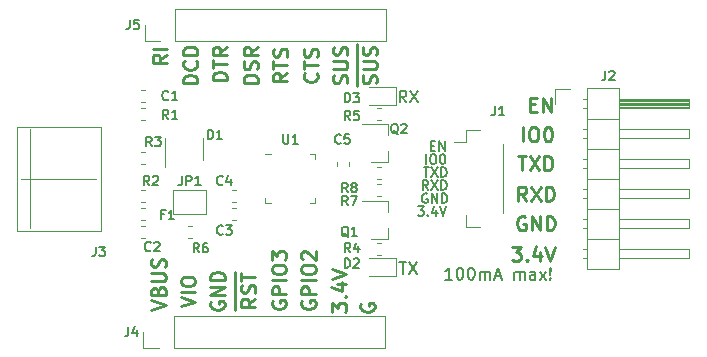
<source format=gbr>
G04 #@! TF.GenerationSoftware,KiCad,Pcbnew,(5.1.8)-1*
G04 #@! TF.CreationDate,2021-01-19T07:53:21+02:00*
G04 #@! TF.ProjectId,link,6c696e6b-2e6b-4696-9361-645f70636258,rev?*
G04 #@! TF.SameCoordinates,Original*
G04 #@! TF.FileFunction,Legend,Top*
G04 #@! TF.FilePolarity,Positive*
%FSLAX46Y46*%
G04 Gerber Fmt 4.6, Leading zero omitted, Abs format (unit mm)*
G04 Created by KiCad (PCBNEW (5.1.8)-1) date 2021-01-19 07:53:21*
%MOMM*%
%LPD*%
G01*
G04 APERTURE LIST*
%ADD10C,0.250000*%
%ADD11C,0.200000*%
%ADD12C,0.120000*%
%ADD13C,0.020000*%
%ADD14C,0.100000*%
%ADD15C,0.150000*%
G04 APERTURE END LIST*
D10*
X153314285Y-79714285D02*
X153714285Y-79714285D01*
X153885714Y-80342857D02*
X153314285Y-80342857D01*
X153314285Y-79142857D01*
X153885714Y-79142857D01*
X154400000Y-80342857D02*
X154400000Y-79142857D01*
X155085714Y-80342857D01*
X155085714Y-79142857D01*
X152700000Y-82842857D02*
X152700000Y-81642857D01*
X153500000Y-81642857D02*
X153728571Y-81642857D01*
X153842857Y-81700000D01*
X153957142Y-81814285D01*
X154014285Y-82042857D01*
X154014285Y-82442857D01*
X153957142Y-82671428D01*
X153842857Y-82785714D01*
X153728571Y-82842857D01*
X153500000Y-82842857D01*
X153385714Y-82785714D01*
X153271428Y-82671428D01*
X153214285Y-82442857D01*
X153214285Y-82042857D01*
X153271428Y-81814285D01*
X153385714Y-81700000D01*
X153500000Y-81642857D01*
X154757142Y-81642857D02*
X154871428Y-81642857D01*
X154985714Y-81700000D01*
X155042857Y-81757142D01*
X155100000Y-81871428D01*
X155157142Y-82100000D01*
X155157142Y-82385714D01*
X155100000Y-82614285D01*
X155042857Y-82728571D01*
X154985714Y-82785714D01*
X154871428Y-82842857D01*
X154757142Y-82842857D01*
X154642857Y-82785714D01*
X154585714Y-82728571D01*
X154528571Y-82614285D01*
X154471428Y-82385714D01*
X154471428Y-82100000D01*
X154528571Y-81871428D01*
X154585714Y-81757142D01*
X154642857Y-81700000D01*
X154757142Y-81642857D01*
D11*
X142833333Y-79552380D02*
X142500000Y-79076190D01*
X142261904Y-79552380D02*
X142261904Y-78552380D01*
X142642857Y-78552380D01*
X142738095Y-78600000D01*
X142785714Y-78647619D01*
X142833333Y-78742857D01*
X142833333Y-78885714D01*
X142785714Y-78980952D01*
X142738095Y-79028571D01*
X142642857Y-79076190D01*
X142261904Y-79076190D01*
X143166666Y-78552380D02*
X143833333Y-79552380D01*
X143833333Y-78552380D02*
X143166666Y-79552380D01*
X142238095Y-93052380D02*
X142809523Y-93052380D01*
X142523809Y-94052380D02*
X142523809Y-93052380D01*
X143047619Y-93052380D02*
X143714285Y-94052380D01*
X143714285Y-93052380D02*
X143047619Y-94052380D01*
X146695238Y-94552380D02*
X146123809Y-94552380D01*
X146409523Y-94552380D02*
X146409523Y-93552380D01*
X146314285Y-93695238D01*
X146219047Y-93790476D01*
X146123809Y-93838095D01*
X147314285Y-93552380D02*
X147409523Y-93552380D01*
X147504761Y-93600000D01*
X147552380Y-93647619D01*
X147600000Y-93742857D01*
X147647619Y-93933333D01*
X147647619Y-94171428D01*
X147600000Y-94361904D01*
X147552380Y-94457142D01*
X147504761Y-94504761D01*
X147409523Y-94552380D01*
X147314285Y-94552380D01*
X147219047Y-94504761D01*
X147171428Y-94457142D01*
X147123809Y-94361904D01*
X147076190Y-94171428D01*
X147076190Y-93933333D01*
X147123809Y-93742857D01*
X147171428Y-93647619D01*
X147219047Y-93600000D01*
X147314285Y-93552380D01*
X148266666Y-93552380D02*
X148361904Y-93552380D01*
X148457142Y-93600000D01*
X148504761Y-93647619D01*
X148552380Y-93742857D01*
X148600000Y-93933333D01*
X148600000Y-94171428D01*
X148552380Y-94361904D01*
X148504761Y-94457142D01*
X148457142Y-94504761D01*
X148361904Y-94552380D01*
X148266666Y-94552380D01*
X148171428Y-94504761D01*
X148123809Y-94457142D01*
X148076190Y-94361904D01*
X148028571Y-94171428D01*
X148028571Y-93933333D01*
X148076190Y-93742857D01*
X148123809Y-93647619D01*
X148171428Y-93600000D01*
X148266666Y-93552380D01*
X149028571Y-94552380D02*
X149028571Y-93885714D01*
X149028571Y-93980952D02*
X149076190Y-93933333D01*
X149171428Y-93885714D01*
X149314285Y-93885714D01*
X149409523Y-93933333D01*
X149457142Y-94028571D01*
X149457142Y-94552380D01*
X149457142Y-94028571D02*
X149504761Y-93933333D01*
X149600000Y-93885714D01*
X149742857Y-93885714D01*
X149838095Y-93933333D01*
X149885714Y-94028571D01*
X149885714Y-94552380D01*
X150314285Y-94266666D02*
X150790476Y-94266666D01*
X150219047Y-94552380D02*
X150552380Y-93552380D01*
X150885714Y-94552380D01*
X151980952Y-94552380D02*
X151980952Y-93885714D01*
X151980952Y-93980952D02*
X152028571Y-93933333D01*
X152123809Y-93885714D01*
X152266666Y-93885714D01*
X152361904Y-93933333D01*
X152409523Y-94028571D01*
X152409523Y-94552380D01*
X152409523Y-94028571D02*
X152457142Y-93933333D01*
X152552380Y-93885714D01*
X152695238Y-93885714D01*
X152790476Y-93933333D01*
X152838095Y-94028571D01*
X152838095Y-94552380D01*
X153742857Y-94552380D02*
X153742857Y-94028571D01*
X153695238Y-93933333D01*
X153600000Y-93885714D01*
X153409523Y-93885714D01*
X153314285Y-93933333D01*
X153742857Y-94504761D02*
X153647619Y-94552380D01*
X153409523Y-94552380D01*
X153314285Y-94504761D01*
X153266666Y-94409523D01*
X153266666Y-94314285D01*
X153314285Y-94219047D01*
X153409523Y-94171428D01*
X153647619Y-94171428D01*
X153742857Y-94123809D01*
X154123809Y-94552380D02*
X154647619Y-93885714D01*
X154123809Y-93885714D02*
X154647619Y-94552380D01*
X155028571Y-94457142D02*
X155076190Y-94504761D01*
X155028571Y-94552380D01*
X154980952Y-94504761D01*
X155028571Y-94457142D01*
X155028571Y-94552380D01*
X155028571Y-94171428D02*
X154980952Y-93600000D01*
X155028571Y-93552380D01*
X155076190Y-93600000D01*
X155028571Y-94171428D01*
X155028571Y-93552380D01*
X143819047Y-88361904D02*
X144314285Y-88361904D01*
X144047619Y-88666666D01*
X144161904Y-88666666D01*
X144238095Y-88704761D01*
X144276190Y-88742857D01*
X144314285Y-88819047D01*
X144314285Y-89009523D01*
X144276190Y-89085714D01*
X144238095Y-89123809D01*
X144161904Y-89161904D01*
X143933333Y-89161904D01*
X143857142Y-89123809D01*
X143819047Y-89085714D01*
X144657142Y-89085714D02*
X144695238Y-89123809D01*
X144657142Y-89161904D01*
X144619047Y-89123809D01*
X144657142Y-89085714D01*
X144657142Y-89161904D01*
X145380952Y-88628571D02*
X145380952Y-89161904D01*
X145190476Y-88323809D02*
X145000000Y-88895238D01*
X145495238Y-88895238D01*
X145685714Y-88361904D02*
X145952380Y-89161904D01*
X146219047Y-88361904D01*
X144590476Y-87300000D02*
X144514285Y-87261904D01*
X144400000Y-87261904D01*
X144285714Y-87300000D01*
X144209523Y-87376190D01*
X144171428Y-87452380D01*
X144133333Y-87604761D01*
X144133333Y-87719047D01*
X144171428Y-87871428D01*
X144209523Y-87947619D01*
X144285714Y-88023809D01*
X144400000Y-88061904D01*
X144476190Y-88061904D01*
X144590476Y-88023809D01*
X144628571Y-87985714D01*
X144628571Y-87719047D01*
X144476190Y-87719047D01*
X144971428Y-88061904D02*
X144971428Y-87261904D01*
X145428571Y-88061904D01*
X145428571Y-87261904D01*
X145809523Y-88061904D02*
X145809523Y-87261904D01*
X146000000Y-87261904D01*
X146114285Y-87300000D01*
X146190476Y-87376190D01*
X146228571Y-87452380D01*
X146266666Y-87604761D01*
X146266666Y-87719047D01*
X146228571Y-87871428D01*
X146190476Y-87947619D01*
X146114285Y-88023809D01*
X146000000Y-88061904D01*
X145809523Y-88061904D01*
X144666666Y-86961904D02*
X144400000Y-86580952D01*
X144209523Y-86961904D02*
X144209523Y-86161904D01*
X144514285Y-86161904D01*
X144590476Y-86200000D01*
X144628571Y-86238095D01*
X144666666Y-86314285D01*
X144666666Y-86428571D01*
X144628571Y-86504761D01*
X144590476Y-86542857D01*
X144514285Y-86580952D01*
X144209523Y-86580952D01*
X144933333Y-86161904D02*
X145466666Y-86961904D01*
X145466666Y-86161904D02*
X144933333Y-86961904D01*
X145771428Y-86961904D02*
X145771428Y-86161904D01*
X145961904Y-86161904D01*
X146076190Y-86200000D01*
X146152380Y-86276190D01*
X146190476Y-86352380D01*
X146228571Y-86504761D01*
X146228571Y-86619047D01*
X146190476Y-86771428D01*
X146152380Y-86847619D01*
X146076190Y-86923809D01*
X145961904Y-86961904D01*
X145771428Y-86961904D01*
X144290476Y-85061904D02*
X144747619Y-85061904D01*
X144519047Y-85861904D02*
X144519047Y-85061904D01*
X144938095Y-85061904D02*
X145471428Y-85861904D01*
X145471428Y-85061904D02*
X144938095Y-85861904D01*
X145776190Y-85861904D02*
X145776190Y-85061904D01*
X145966666Y-85061904D01*
X146080952Y-85100000D01*
X146157142Y-85176190D01*
X146195238Y-85252380D01*
X146233333Y-85404761D01*
X146233333Y-85519047D01*
X146195238Y-85671428D01*
X146157142Y-85747619D01*
X146080952Y-85823809D01*
X145966666Y-85861904D01*
X145776190Y-85861904D01*
X144500000Y-84761904D02*
X144500000Y-83961904D01*
X145033333Y-83961904D02*
X145185714Y-83961904D01*
X145261904Y-84000000D01*
X145338095Y-84076190D01*
X145376190Y-84228571D01*
X145376190Y-84495238D01*
X145338095Y-84647619D01*
X145261904Y-84723809D01*
X145185714Y-84761904D01*
X145033333Y-84761904D01*
X144957142Y-84723809D01*
X144880952Y-84647619D01*
X144842857Y-84495238D01*
X144842857Y-84228571D01*
X144880952Y-84076190D01*
X144957142Y-84000000D01*
X145033333Y-83961904D01*
X145871428Y-83961904D02*
X145947619Y-83961904D01*
X146023809Y-84000000D01*
X146061904Y-84038095D01*
X146100000Y-84114285D01*
X146138095Y-84266666D01*
X146138095Y-84457142D01*
X146100000Y-84609523D01*
X146061904Y-84685714D01*
X146023809Y-84723809D01*
X145947619Y-84761904D01*
X145871428Y-84761904D01*
X145795238Y-84723809D01*
X145757142Y-84685714D01*
X145719047Y-84609523D01*
X145680952Y-84457142D01*
X145680952Y-84266666D01*
X145719047Y-84114285D01*
X145757142Y-84038095D01*
X145795238Y-84000000D01*
X145871428Y-83961904D01*
X144909523Y-83242857D02*
X145176190Y-83242857D01*
X145290476Y-83661904D02*
X144909523Y-83661904D01*
X144909523Y-82861904D01*
X145290476Y-82861904D01*
X145633333Y-83661904D02*
X145633333Y-82861904D01*
X146090476Y-83661904D01*
X146090476Y-82861904D01*
D10*
X138611000Y-78171428D02*
X138611000Y-77028571D01*
X140285714Y-77942857D02*
X140342857Y-77771428D01*
X140342857Y-77485714D01*
X140285714Y-77371428D01*
X140228571Y-77314285D01*
X140114285Y-77257142D01*
X140000000Y-77257142D01*
X139885714Y-77314285D01*
X139828571Y-77371428D01*
X139771428Y-77485714D01*
X139714285Y-77714285D01*
X139657142Y-77828571D01*
X139600000Y-77885714D01*
X139485714Y-77942857D01*
X139371428Y-77942857D01*
X139257142Y-77885714D01*
X139200000Y-77828571D01*
X139142857Y-77714285D01*
X139142857Y-77428571D01*
X139200000Y-77257142D01*
X138611000Y-77028571D02*
X138611000Y-75771428D01*
X139142857Y-76742857D02*
X140114285Y-76742857D01*
X140228571Y-76685714D01*
X140285714Y-76628571D01*
X140342857Y-76514285D01*
X140342857Y-76285714D01*
X140285714Y-76171428D01*
X140228571Y-76114285D01*
X140114285Y-76057142D01*
X139142857Y-76057142D01*
X138611000Y-75771428D02*
X138611000Y-74628571D01*
X140285714Y-75542857D02*
X140342857Y-75371428D01*
X140342857Y-75085714D01*
X140285714Y-74971428D01*
X140228571Y-74914285D01*
X140114285Y-74857142D01*
X140000000Y-74857142D01*
X139885714Y-74914285D01*
X139828571Y-74971428D01*
X139771428Y-75085714D01*
X139714285Y-75314285D01*
X139657142Y-75428571D01*
X139600000Y-75485714D01*
X139485714Y-75542857D01*
X139371428Y-75542857D01*
X139257142Y-75485714D01*
X139200000Y-75428571D01*
X139142857Y-75314285D01*
X139142857Y-75028571D01*
X139200000Y-74857142D01*
X137785714Y-77942857D02*
X137842857Y-77771428D01*
X137842857Y-77485714D01*
X137785714Y-77371428D01*
X137728571Y-77314285D01*
X137614285Y-77257142D01*
X137500000Y-77257142D01*
X137385714Y-77314285D01*
X137328571Y-77371428D01*
X137271428Y-77485714D01*
X137214285Y-77714285D01*
X137157142Y-77828571D01*
X137100000Y-77885714D01*
X136985714Y-77942857D01*
X136871428Y-77942857D01*
X136757142Y-77885714D01*
X136700000Y-77828571D01*
X136642857Y-77714285D01*
X136642857Y-77428571D01*
X136700000Y-77257142D01*
X136642857Y-76742857D02*
X137614285Y-76742857D01*
X137728571Y-76685714D01*
X137785714Y-76628571D01*
X137842857Y-76514285D01*
X137842857Y-76285714D01*
X137785714Y-76171428D01*
X137728571Y-76114285D01*
X137614285Y-76057142D01*
X136642857Y-76057142D01*
X137785714Y-75542857D02*
X137842857Y-75371428D01*
X137842857Y-75085714D01*
X137785714Y-74971428D01*
X137728571Y-74914285D01*
X137614285Y-74857142D01*
X137500000Y-74857142D01*
X137385714Y-74914285D01*
X137328571Y-74971428D01*
X137271428Y-75085714D01*
X137214285Y-75314285D01*
X137157142Y-75428571D01*
X137100000Y-75485714D01*
X136985714Y-75542857D01*
X136871428Y-75542857D01*
X136757142Y-75485714D01*
X136700000Y-75428571D01*
X136642857Y-75314285D01*
X136642857Y-75028571D01*
X136700000Y-74857142D01*
X135228571Y-77057142D02*
X135285714Y-77114285D01*
X135342857Y-77285714D01*
X135342857Y-77400000D01*
X135285714Y-77571428D01*
X135171428Y-77685714D01*
X135057142Y-77742857D01*
X134828571Y-77800000D01*
X134657142Y-77800000D01*
X134428571Y-77742857D01*
X134314285Y-77685714D01*
X134200000Y-77571428D01*
X134142857Y-77400000D01*
X134142857Y-77285714D01*
X134200000Y-77114285D01*
X134257142Y-77057142D01*
X134142857Y-76714285D02*
X134142857Y-76028571D01*
X135342857Y-76371428D02*
X134142857Y-76371428D01*
X135285714Y-75685714D02*
X135342857Y-75514285D01*
X135342857Y-75228571D01*
X135285714Y-75114285D01*
X135228571Y-75057142D01*
X135114285Y-75000000D01*
X135000000Y-75000000D01*
X134885714Y-75057142D01*
X134828571Y-75114285D01*
X134771428Y-75228571D01*
X134714285Y-75457142D01*
X134657142Y-75571428D01*
X134600000Y-75628571D01*
X134485714Y-75685714D01*
X134371428Y-75685714D01*
X134257142Y-75628571D01*
X134200000Y-75571428D01*
X134142857Y-75457142D01*
X134142857Y-75171428D01*
X134200000Y-75000000D01*
X132742857Y-77057142D02*
X132171428Y-77457142D01*
X132742857Y-77742857D02*
X131542857Y-77742857D01*
X131542857Y-77285714D01*
X131600000Y-77171428D01*
X131657142Y-77114285D01*
X131771428Y-77057142D01*
X131942857Y-77057142D01*
X132057142Y-77114285D01*
X132114285Y-77171428D01*
X132171428Y-77285714D01*
X132171428Y-77742857D01*
X131542857Y-76714285D02*
X131542857Y-76028571D01*
X132742857Y-76371428D02*
X131542857Y-76371428D01*
X132685714Y-75685714D02*
X132742857Y-75514285D01*
X132742857Y-75228571D01*
X132685714Y-75114285D01*
X132628571Y-75057142D01*
X132514285Y-75000000D01*
X132400000Y-75000000D01*
X132285714Y-75057142D01*
X132228571Y-75114285D01*
X132171428Y-75228571D01*
X132114285Y-75457142D01*
X132057142Y-75571428D01*
X132000000Y-75628571D01*
X131885714Y-75685714D01*
X131771428Y-75685714D01*
X131657142Y-75628571D01*
X131600000Y-75571428D01*
X131542857Y-75457142D01*
X131542857Y-75171428D01*
X131600000Y-75000000D01*
X130242857Y-77885714D02*
X129042857Y-77885714D01*
X129042857Y-77600000D01*
X129100000Y-77428571D01*
X129214285Y-77314285D01*
X129328571Y-77257142D01*
X129557142Y-77200000D01*
X129728571Y-77200000D01*
X129957142Y-77257142D01*
X130071428Y-77314285D01*
X130185714Y-77428571D01*
X130242857Y-77600000D01*
X130242857Y-77885714D01*
X130185714Y-76742857D02*
X130242857Y-76571428D01*
X130242857Y-76285714D01*
X130185714Y-76171428D01*
X130128571Y-76114285D01*
X130014285Y-76057142D01*
X129900000Y-76057142D01*
X129785714Y-76114285D01*
X129728571Y-76171428D01*
X129671428Y-76285714D01*
X129614285Y-76514285D01*
X129557142Y-76628571D01*
X129500000Y-76685714D01*
X129385714Y-76742857D01*
X129271428Y-76742857D01*
X129157142Y-76685714D01*
X129100000Y-76628571D01*
X129042857Y-76514285D01*
X129042857Y-76228571D01*
X129100000Y-76057142D01*
X130242857Y-74857142D02*
X129671428Y-75257142D01*
X130242857Y-75542857D02*
X129042857Y-75542857D01*
X129042857Y-75085714D01*
X129100000Y-74971428D01*
X129157142Y-74914285D01*
X129271428Y-74857142D01*
X129442857Y-74857142D01*
X129557142Y-74914285D01*
X129614285Y-74971428D01*
X129671428Y-75085714D01*
X129671428Y-75542857D01*
X127642857Y-77671428D02*
X126442857Y-77671428D01*
X126442857Y-77385714D01*
X126500000Y-77214285D01*
X126614285Y-77100000D01*
X126728571Y-77042857D01*
X126957142Y-76985714D01*
X127128571Y-76985714D01*
X127357142Y-77042857D01*
X127471428Y-77100000D01*
X127585714Y-77214285D01*
X127642857Y-77385714D01*
X127642857Y-77671428D01*
X126442857Y-76642857D02*
X126442857Y-75957142D01*
X127642857Y-76300000D02*
X126442857Y-76300000D01*
X127642857Y-74871428D02*
X127071428Y-75271428D01*
X127642857Y-75557142D02*
X126442857Y-75557142D01*
X126442857Y-75100000D01*
X126500000Y-74985714D01*
X126557142Y-74928571D01*
X126671428Y-74871428D01*
X126842857Y-74871428D01*
X126957142Y-74928571D01*
X127014285Y-74985714D01*
X127071428Y-75100000D01*
X127071428Y-75557142D01*
X125142857Y-77914285D02*
X123942857Y-77914285D01*
X123942857Y-77628571D01*
X124000000Y-77457142D01*
X124114285Y-77342857D01*
X124228571Y-77285714D01*
X124457142Y-77228571D01*
X124628571Y-77228571D01*
X124857142Y-77285714D01*
X124971428Y-77342857D01*
X125085714Y-77457142D01*
X125142857Y-77628571D01*
X125142857Y-77914285D01*
X125028571Y-76028571D02*
X125085714Y-76085714D01*
X125142857Y-76257142D01*
X125142857Y-76371428D01*
X125085714Y-76542857D01*
X124971428Y-76657142D01*
X124857142Y-76714285D01*
X124628571Y-76771428D01*
X124457142Y-76771428D01*
X124228571Y-76714285D01*
X124114285Y-76657142D01*
X124000000Y-76542857D01*
X123942857Y-76371428D01*
X123942857Y-76257142D01*
X124000000Y-76085714D01*
X124057142Y-76028571D01*
X125142857Y-75514285D02*
X123942857Y-75514285D01*
X123942857Y-75228571D01*
X124000000Y-75057142D01*
X124114285Y-74942857D01*
X124228571Y-74885714D01*
X124457142Y-74828571D01*
X124628571Y-74828571D01*
X124857142Y-74885714D01*
X124971428Y-74942857D01*
X125085714Y-75057142D01*
X125142857Y-75228571D01*
X125142857Y-75514285D01*
X122542857Y-75514285D02*
X121971428Y-75914285D01*
X122542857Y-76200000D02*
X121342857Y-76200000D01*
X121342857Y-75742857D01*
X121400000Y-75628571D01*
X121457142Y-75571428D01*
X121571428Y-75514285D01*
X121742857Y-75514285D01*
X121857142Y-75571428D01*
X121914285Y-75628571D01*
X121971428Y-75742857D01*
X121971428Y-76200000D01*
X122542857Y-75000000D02*
X121342857Y-75000000D01*
X139000000Y-96585714D02*
X138942857Y-96700000D01*
X138942857Y-96871428D01*
X139000000Y-97042857D01*
X139114285Y-97157142D01*
X139228571Y-97214285D01*
X139457142Y-97271428D01*
X139628571Y-97271428D01*
X139857142Y-97214285D01*
X139971428Y-97157142D01*
X140085714Y-97042857D01*
X140142857Y-96871428D01*
X140142857Y-96757142D01*
X140085714Y-96585714D01*
X140028571Y-96528571D01*
X139628571Y-96528571D01*
X139628571Y-96757142D01*
X136542857Y-97271428D02*
X136542857Y-96528571D01*
X137000000Y-96928571D01*
X137000000Y-96757142D01*
X137057142Y-96642857D01*
X137114285Y-96585714D01*
X137228571Y-96528571D01*
X137514285Y-96528571D01*
X137628571Y-96585714D01*
X137685714Y-96642857D01*
X137742857Y-96757142D01*
X137742857Y-97100000D01*
X137685714Y-97214285D01*
X137628571Y-97271428D01*
X137628571Y-96014285D02*
X137685714Y-95957142D01*
X137742857Y-96014285D01*
X137685714Y-96071428D01*
X137628571Y-96014285D01*
X137742857Y-96014285D01*
X136942857Y-94928571D02*
X137742857Y-94928571D01*
X136485714Y-95214285D02*
X137342857Y-95500000D01*
X137342857Y-94757142D01*
X136542857Y-94471428D02*
X137742857Y-94071428D01*
X136542857Y-93671428D01*
X134000000Y-96371428D02*
X133942857Y-96485714D01*
X133942857Y-96657142D01*
X134000000Y-96828571D01*
X134114285Y-96942857D01*
X134228571Y-97000000D01*
X134457142Y-97057142D01*
X134628571Y-97057142D01*
X134857142Y-97000000D01*
X134971428Y-96942857D01*
X135085714Y-96828571D01*
X135142857Y-96657142D01*
X135142857Y-96542857D01*
X135085714Y-96371428D01*
X135028571Y-96314285D01*
X134628571Y-96314285D01*
X134628571Y-96542857D01*
X135142857Y-95800000D02*
X133942857Y-95800000D01*
X133942857Y-95342857D01*
X134000000Y-95228571D01*
X134057142Y-95171428D01*
X134171428Y-95114285D01*
X134342857Y-95114285D01*
X134457142Y-95171428D01*
X134514285Y-95228571D01*
X134571428Y-95342857D01*
X134571428Y-95800000D01*
X135142857Y-94600000D02*
X133942857Y-94600000D01*
X133942857Y-93800000D02*
X133942857Y-93571428D01*
X134000000Y-93457142D01*
X134114285Y-93342857D01*
X134342857Y-93285714D01*
X134742857Y-93285714D01*
X134971428Y-93342857D01*
X135085714Y-93457142D01*
X135142857Y-93571428D01*
X135142857Y-93800000D01*
X135085714Y-93914285D01*
X134971428Y-94028571D01*
X134742857Y-94085714D01*
X134342857Y-94085714D01*
X134114285Y-94028571D01*
X134000000Y-93914285D01*
X133942857Y-93800000D01*
X134057142Y-92828571D02*
X134000000Y-92771428D01*
X133942857Y-92657142D01*
X133942857Y-92371428D01*
X134000000Y-92257142D01*
X134057142Y-92200000D01*
X134171428Y-92142857D01*
X134285714Y-92142857D01*
X134457142Y-92200000D01*
X135142857Y-92885714D01*
X135142857Y-92142857D01*
X131500000Y-96371428D02*
X131442857Y-96485714D01*
X131442857Y-96657142D01*
X131500000Y-96828571D01*
X131614285Y-96942857D01*
X131728571Y-97000000D01*
X131957142Y-97057142D01*
X132128571Y-97057142D01*
X132357142Y-97000000D01*
X132471428Y-96942857D01*
X132585714Y-96828571D01*
X132642857Y-96657142D01*
X132642857Y-96542857D01*
X132585714Y-96371428D01*
X132528571Y-96314285D01*
X132128571Y-96314285D01*
X132128571Y-96542857D01*
X132642857Y-95800000D02*
X131442857Y-95800000D01*
X131442857Y-95342857D01*
X131500000Y-95228571D01*
X131557142Y-95171428D01*
X131671428Y-95114285D01*
X131842857Y-95114285D01*
X131957142Y-95171428D01*
X132014285Y-95228571D01*
X132071428Y-95342857D01*
X132071428Y-95800000D01*
X132642857Y-94600000D02*
X131442857Y-94600000D01*
X131442857Y-93800000D02*
X131442857Y-93571428D01*
X131500000Y-93457142D01*
X131614285Y-93342857D01*
X131842857Y-93285714D01*
X132242857Y-93285714D01*
X132471428Y-93342857D01*
X132585714Y-93457142D01*
X132642857Y-93571428D01*
X132642857Y-93800000D01*
X132585714Y-93914285D01*
X132471428Y-94028571D01*
X132242857Y-94085714D01*
X131842857Y-94085714D01*
X131614285Y-94028571D01*
X131500000Y-93914285D01*
X131442857Y-93800000D01*
X131442857Y-92885714D02*
X131442857Y-92142857D01*
X131900000Y-92542857D01*
X131900000Y-92371428D01*
X131957142Y-92257142D01*
X132014285Y-92200000D01*
X132128571Y-92142857D01*
X132414285Y-92142857D01*
X132528571Y-92200000D01*
X132585714Y-92257142D01*
X132642857Y-92371428D01*
X132642857Y-92714285D01*
X132585714Y-92828571D01*
X132528571Y-92885714D01*
X128311000Y-97128571D02*
X128311000Y-95928571D01*
X130042857Y-96157142D02*
X129471428Y-96557142D01*
X130042857Y-96842857D02*
X128842857Y-96842857D01*
X128842857Y-96385714D01*
X128900000Y-96271428D01*
X128957142Y-96214285D01*
X129071428Y-96157142D01*
X129242857Y-96157142D01*
X129357142Y-96214285D01*
X129414285Y-96271428D01*
X129471428Y-96385714D01*
X129471428Y-96842857D01*
X128311000Y-95928571D02*
X128311000Y-94785714D01*
X129985714Y-95700000D02*
X130042857Y-95528571D01*
X130042857Y-95242857D01*
X129985714Y-95128571D01*
X129928571Y-95071428D01*
X129814285Y-95014285D01*
X129700000Y-95014285D01*
X129585714Y-95071428D01*
X129528571Y-95128571D01*
X129471428Y-95242857D01*
X129414285Y-95471428D01*
X129357142Y-95585714D01*
X129300000Y-95642857D01*
X129185714Y-95700000D01*
X129071428Y-95700000D01*
X128957142Y-95642857D01*
X128900000Y-95585714D01*
X128842857Y-95471428D01*
X128842857Y-95185714D01*
X128900000Y-95014285D01*
X128311000Y-94785714D02*
X128311000Y-93871428D01*
X128842857Y-94671428D02*
X128842857Y-93985714D01*
X130042857Y-94328571D02*
X128842857Y-94328571D01*
X126300000Y-96414285D02*
X126242857Y-96528571D01*
X126242857Y-96700000D01*
X126300000Y-96871428D01*
X126414285Y-96985714D01*
X126528571Y-97042857D01*
X126757142Y-97100000D01*
X126928571Y-97100000D01*
X127157142Y-97042857D01*
X127271428Y-96985714D01*
X127385714Y-96871428D01*
X127442857Y-96700000D01*
X127442857Y-96585714D01*
X127385714Y-96414285D01*
X127328571Y-96357142D01*
X126928571Y-96357142D01*
X126928571Y-96585714D01*
X127442857Y-95842857D02*
X126242857Y-95842857D01*
X127442857Y-95157142D01*
X126242857Y-95157142D01*
X127442857Y-94585714D02*
X126242857Y-94585714D01*
X126242857Y-94300000D01*
X126300000Y-94128571D01*
X126414285Y-94014285D01*
X126528571Y-93957142D01*
X126757142Y-93900000D01*
X126928571Y-93900000D01*
X127157142Y-93957142D01*
X127271428Y-94014285D01*
X127385714Y-94128571D01*
X127442857Y-94300000D01*
X127442857Y-94585714D01*
X123742857Y-96814285D02*
X124942857Y-96414285D01*
X123742857Y-96014285D01*
X124942857Y-95614285D02*
X123742857Y-95614285D01*
X123742857Y-94814285D02*
X123742857Y-94585714D01*
X123800000Y-94471428D01*
X123914285Y-94357142D01*
X124142857Y-94300000D01*
X124542857Y-94300000D01*
X124771428Y-94357142D01*
X124885714Y-94471428D01*
X124942857Y-94585714D01*
X124942857Y-94814285D01*
X124885714Y-94928571D01*
X124771428Y-95042857D01*
X124542857Y-95100000D01*
X124142857Y-95100000D01*
X123914285Y-95042857D01*
X123800000Y-94928571D01*
X123742857Y-94814285D01*
X121242857Y-97100000D02*
X122442857Y-96700000D01*
X121242857Y-96300000D01*
X121814285Y-95500000D02*
X121871428Y-95328571D01*
X121928571Y-95271428D01*
X122042857Y-95214285D01*
X122214285Y-95214285D01*
X122328571Y-95271428D01*
X122385714Y-95328571D01*
X122442857Y-95442857D01*
X122442857Y-95900000D01*
X121242857Y-95900000D01*
X121242857Y-95500000D01*
X121300000Y-95385714D01*
X121357142Y-95328571D01*
X121471428Y-95271428D01*
X121585714Y-95271428D01*
X121700000Y-95328571D01*
X121757142Y-95385714D01*
X121814285Y-95500000D01*
X121814285Y-95900000D01*
X121242857Y-94700000D02*
X122214285Y-94700000D01*
X122328571Y-94642857D01*
X122385714Y-94585714D01*
X122442857Y-94471428D01*
X122442857Y-94242857D01*
X122385714Y-94128571D01*
X122328571Y-94071428D01*
X122214285Y-94014285D01*
X121242857Y-94014285D01*
X122385714Y-93500000D02*
X122442857Y-93328571D01*
X122442857Y-93042857D01*
X122385714Y-92928571D01*
X122328571Y-92871428D01*
X122214285Y-92814285D01*
X122100000Y-92814285D01*
X121985714Y-92871428D01*
X121928571Y-92928571D01*
X121871428Y-93042857D01*
X121814285Y-93271428D01*
X121757142Y-93385714D01*
X121700000Y-93442857D01*
X121585714Y-93500000D01*
X121471428Y-93500000D01*
X121357142Y-93442857D01*
X121300000Y-93385714D01*
X121242857Y-93271428D01*
X121242857Y-92985714D01*
X121300000Y-92814285D01*
X151778571Y-91792857D02*
X152521428Y-91792857D01*
X152121428Y-92250000D01*
X152292857Y-92250000D01*
X152407142Y-92307142D01*
X152464285Y-92364285D01*
X152521428Y-92478571D01*
X152521428Y-92764285D01*
X152464285Y-92878571D01*
X152407142Y-92935714D01*
X152292857Y-92992857D01*
X151950000Y-92992857D01*
X151835714Y-92935714D01*
X151778571Y-92878571D01*
X153035714Y-92878571D02*
X153092857Y-92935714D01*
X153035714Y-92992857D01*
X152978571Y-92935714D01*
X153035714Y-92878571D01*
X153035714Y-92992857D01*
X154121428Y-92192857D02*
X154121428Y-92992857D01*
X153835714Y-91735714D02*
X153550000Y-92592857D01*
X154292857Y-92592857D01*
X154578571Y-91792857D02*
X154978571Y-92992857D01*
X155378571Y-91792857D01*
X152885714Y-89250000D02*
X152771428Y-89192857D01*
X152600000Y-89192857D01*
X152428571Y-89250000D01*
X152314285Y-89364285D01*
X152257142Y-89478571D01*
X152200000Y-89707142D01*
X152200000Y-89878571D01*
X152257142Y-90107142D01*
X152314285Y-90221428D01*
X152428571Y-90335714D01*
X152600000Y-90392857D01*
X152714285Y-90392857D01*
X152885714Y-90335714D01*
X152942857Y-90278571D01*
X152942857Y-89878571D01*
X152714285Y-89878571D01*
X153457142Y-90392857D02*
X153457142Y-89192857D01*
X154142857Y-90392857D01*
X154142857Y-89192857D01*
X154714285Y-90392857D02*
X154714285Y-89192857D01*
X155000000Y-89192857D01*
X155171428Y-89250000D01*
X155285714Y-89364285D01*
X155342857Y-89478571D01*
X155400000Y-89707142D01*
X155400000Y-89878571D01*
X155342857Y-90107142D01*
X155285714Y-90221428D01*
X155171428Y-90335714D01*
X155000000Y-90392857D01*
X154714285Y-90392857D01*
X153000000Y-87892857D02*
X152600000Y-87321428D01*
X152314285Y-87892857D02*
X152314285Y-86692857D01*
X152771428Y-86692857D01*
X152885714Y-86750000D01*
X152942857Y-86807142D01*
X153000000Y-86921428D01*
X153000000Y-87092857D01*
X152942857Y-87207142D01*
X152885714Y-87264285D01*
X152771428Y-87321428D01*
X152314285Y-87321428D01*
X153400000Y-86692857D02*
X154200000Y-87892857D01*
X154200000Y-86692857D02*
X153400000Y-87892857D01*
X154657142Y-87892857D02*
X154657142Y-86692857D01*
X154942857Y-86692857D01*
X155114285Y-86750000D01*
X155228571Y-86864285D01*
X155285714Y-86978571D01*
X155342857Y-87207142D01*
X155342857Y-87378571D01*
X155285714Y-87607142D01*
X155228571Y-87721428D01*
X155114285Y-87835714D01*
X154942857Y-87892857D01*
X154657142Y-87892857D01*
X152285714Y-84092857D02*
X152971428Y-84092857D01*
X152628571Y-85292857D02*
X152628571Y-84092857D01*
X153257142Y-84092857D02*
X154057142Y-85292857D01*
X154057142Y-84092857D02*
X153257142Y-85292857D01*
X154514285Y-85292857D02*
X154514285Y-84092857D01*
X154800000Y-84092857D01*
X154971428Y-84150000D01*
X155085714Y-84264285D01*
X155142857Y-84378571D01*
X155200000Y-84607142D01*
X155200000Y-84778571D01*
X155142857Y-85007142D01*
X155085714Y-85121428D01*
X154971428Y-85235714D01*
X154800000Y-85292857D01*
X154514285Y-85292857D01*
D12*
X158140000Y-78320000D02*
X158140000Y-93680000D01*
X158140000Y-93680000D02*
X160800000Y-93680000D01*
X160800000Y-93680000D02*
X160800000Y-78320000D01*
X160800000Y-78320000D02*
X158140000Y-78320000D01*
X160800000Y-79270000D02*
X166800000Y-79270000D01*
X166800000Y-79270000D02*
X166800000Y-80030000D01*
X166800000Y-80030000D02*
X160800000Y-80030000D01*
X160800000Y-79330000D02*
X166800000Y-79330000D01*
X160800000Y-79450000D02*
X166800000Y-79450000D01*
X160800000Y-79570000D02*
X166800000Y-79570000D01*
X160800000Y-79690000D02*
X166800000Y-79690000D01*
X160800000Y-79810000D02*
X166800000Y-79810000D01*
X160800000Y-79930000D02*
X166800000Y-79930000D01*
X157810000Y-79270000D02*
X158140000Y-79270000D01*
X157810000Y-80030000D02*
X158140000Y-80030000D01*
X158140000Y-80920000D02*
X160800000Y-80920000D01*
X160800000Y-81810000D02*
X166800000Y-81810000D01*
X166800000Y-81810000D02*
X166800000Y-82570000D01*
X166800000Y-82570000D02*
X160800000Y-82570000D01*
X157742929Y-81810000D02*
X158140000Y-81810000D01*
X157742929Y-82570000D02*
X158140000Y-82570000D01*
X158140000Y-83460000D02*
X160800000Y-83460000D01*
X160800000Y-84350000D02*
X166800000Y-84350000D01*
X166800000Y-84350000D02*
X166800000Y-85110000D01*
X166800000Y-85110000D02*
X160800000Y-85110000D01*
X157742929Y-84350000D02*
X158140000Y-84350000D01*
X157742929Y-85110000D02*
X158140000Y-85110000D01*
X158140000Y-86000000D02*
X160800000Y-86000000D01*
X160800000Y-86890000D02*
X166800000Y-86890000D01*
X166800000Y-86890000D02*
X166800000Y-87650000D01*
X166800000Y-87650000D02*
X160800000Y-87650000D01*
X157742929Y-86890000D02*
X158140000Y-86890000D01*
X157742929Y-87650000D02*
X158140000Y-87650000D01*
X158140000Y-88540000D02*
X160800000Y-88540000D01*
X160800000Y-89430000D02*
X166800000Y-89430000D01*
X166800000Y-89430000D02*
X166800000Y-90190000D01*
X166800000Y-90190000D02*
X160800000Y-90190000D01*
X157742929Y-89430000D02*
X158140000Y-89430000D01*
X157742929Y-90190000D02*
X158140000Y-90190000D01*
X158140000Y-91080000D02*
X160800000Y-91080000D01*
X160800000Y-91970000D02*
X166800000Y-91970000D01*
X166800000Y-91970000D02*
X166800000Y-92730000D01*
X166800000Y-92730000D02*
X160800000Y-92730000D01*
X157742929Y-91970000D02*
X158140000Y-91970000D01*
X157742929Y-92730000D02*
X158140000Y-92730000D01*
X155430000Y-79650000D02*
X155430000Y-78380000D01*
X155430000Y-78380000D02*
X156700000Y-78380000D01*
X141110000Y-74330000D02*
X141110000Y-71670000D01*
X123270000Y-74330000D02*
X141110000Y-74330000D01*
X123270000Y-71670000D02*
X141110000Y-71670000D01*
X123270000Y-74330000D02*
X123270000Y-71670000D01*
X122000000Y-74330000D02*
X120670000Y-74330000D01*
X120670000Y-74330000D02*
X120670000Y-73000000D01*
X140990000Y-100330000D02*
X140990000Y-97670000D01*
X123150000Y-100330000D02*
X140990000Y-100330000D01*
X123150000Y-97670000D02*
X140990000Y-97670000D01*
X123150000Y-100330000D02*
X123150000Y-97670000D01*
X121880000Y-100330000D02*
X120550000Y-100330000D01*
X120550000Y-100330000D02*
X120550000Y-99000000D01*
X149040000Y-81890000D02*
X147890000Y-81890000D01*
X147890000Y-81890000D02*
X147890000Y-82940000D01*
X147890000Y-82940000D02*
X146900000Y-82940000D01*
X149040000Y-90110000D02*
X147890000Y-90110000D01*
X147890000Y-90110000D02*
X147890000Y-89060000D01*
X151010000Y-83060000D02*
X151010000Y-88940000D01*
X134635000Y-83890000D02*
X135110000Y-83890000D01*
X135110000Y-83890000D02*
X135110000Y-84365000D01*
X131365000Y-88110000D02*
X130890000Y-88110000D01*
X130890000Y-88110000D02*
X130890000Y-87635000D01*
X134635000Y-88110000D02*
X135110000Y-88110000D01*
X135110000Y-88110000D02*
X135110000Y-87635000D01*
X131365000Y-83890000D02*
X130890000Y-83890000D01*
X140662779Y-86010000D02*
X140337221Y-86010000D01*
X140662779Y-84990000D02*
X140337221Y-84990000D01*
X140337221Y-86490000D02*
X140662779Y-86490000D01*
X140337221Y-87510000D02*
X140662779Y-87510000D01*
X124662779Y-91010000D02*
X124337221Y-91010000D01*
X124662779Y-89990000D02*
X124337221Y-89990000D01*
X140662779Y-81010000D02*
X140337221Y-81010000D01*
X140662779Y-79990000D02*
X140337221Y-79990000D01*
X140662779Y-92510000D02*
X140337221Y-92510000D01*
X140662779Y-91490000D02*
X140337221Y-91490000D01*
X120337221Y-83740000D02*
X120662779Y-83740000D01*
X120337221Y-84760000D02*
X120662779Y-84760000D01*
X120337221Y-86990000D02*
X120662779Y-86990000D01*
X120337221Y-88010000D02*
X120662779Y-88010000D01*
X120337221Y-79990000D02*
X120662779Y-79990000D01*
X120337221Y-81010000D02*
X120662779Y-81010000D01*
X141260000Y-84580000D02*
X141260000Y-83650000D01*
X141260000Y-81420000D02*
X141260000Y-82350000D01*
X141260000Y-81420000D02*
X139100000Y-81420000D01*
X141260000Y-84580000D02*
X139800000Y-84580000D01*
X141260000Y-91080000D02*
X141260000Y-90150000D01*
X141260000Y-87920000D02*
X141260000Y-88850000D01*
X141260000Y-87920000D02*
X139100000Y-87920000D01*
X141260000Y-91080000D02*
X139800000Y-91080000D01*
X123100000Y-89000000D02*
X123100000Y-87000000D01*
X125900000Y-89000000D02*
X123100000Y-89000000D01*
X125900000Y-87000000D02*
X125900000Y-89000000D01*
X123100000Y-87000000D02*
X125900000Y-87000000D01*
D13*
X116520000Y-86000000D02*
X110200000Y-86000000D01*
D14*
X111000000Y-90200000D02*
X111000000Y-81800000D01*
X117000000Y-81600000D02*
X117000000Y-90400000D01*
X109900000Y-90400000D02*
X109900000Y-81600000D01*
X117000000Y-90400000D02*
X109900000Y-90400000D01*
X117000000Y-81600000D02*
X109900000Y-81600000D01*
D12*
X120662779Y-89510000D02*
X120337221Y-89510000D01*
X120662779Y-88490000D02*
X120337221Y-88490000D01*
X139700000Y-79735000D02*
X141985000Y-79735000D01*
X141985000Y-79735000D02*
X141985000Y-78265000D01*
X141985000Y-78265000D02*
X139700000Y-78265000D01*
X139700000Y-94235000D02*
X141985000Y-94235000D01*
X141985000Y-94235000D02*
X141985000Y-92765000D01*
X141985000Y-92765000D02*
X139700000Y-92765000D01*
X125610000Y-84400000D02*
X125610000Y-82600000D01*
X122390000Y-82600000D02*
X122390000Y-85050000D01*
X136990000Y-84912779D02*
X136990000Y-84587221D01*
X138010000Y-84912779D02*
X138010000Y-84587221D01*
X128412779Y-88010000D02*
X128087221Y-88010000D01*
X128412779Y-86990000D02*
X128087221Y-86990000D01*
X128412779Y-89510000D02*
X128087221Y-89510000D01*
X128412779Y-88490000D02*
X128087221Y-88490000D01*
X120662779Y-91010000D02*
X120337221Y-91010000D01*
X120662779Y-89990000D02*
X120337221Y-89990000D01*
X120337221Y-78490000D02*
X120662779Y-78490000D01*
X120337221Y-79510000D02*
X120662779Y-79510000D01*
D15*
X159683333Y-76861904D02*
X159683333Y-77433333D01*
X159645238Y-77547619D01*
X159569047Y-77623809D01*
X159454761Y-77661904D01*
X159378571Y-77661904D01*
X160026190Y-76938095D02*
X160064285Y-76900000D01*
X160140476Y-76861904D01*
X160330952Y-76861904D01*
X160407142Y-76900000D01*
X160445238Y-76938095D01*
X160483333Y-77014285D01*
X160483333Y-77090476D01*
X160445238Y-77204761D01*
X159988095Y-77661904D01*
X160483333Y-77661904D01*
X119403333Y-72561904D02*
X119403333Y-73133333D01*
X119365238Y-73247619D01*
X119289047Y-73323809D01*
X119174761Y-73361904D01*
X119098571Y-73361904D01*
X120165238Y-72561904D02*
X119784285Y-72561904D01*
X119746190Y-72942857D01*
X119784285Y-72904761D01*
X119860476Y-72866666D01*
X120050952Y-72866666D01*
X120127142Y-72904761D01*
X120165238Y-72942857D01*
X120203333Y-73019047D01*
X120203333Y-73209523D01*
X120165238Y-73285714D01*
X120127142Y-73323809D01*
X120050952Y-73361904D01*
X119860476Y-73361904D01*
X119784285Y-73323809D01*
X119746190Y-73285714D01*
X119283333Y-98561904D02*
X119283333Y-99133333D01*
X119245238Y-99247619D01*
X119169047Y-99323809D01*
X119054761Y-99361904D01*
X118978571Y-99361904D01*
X120007142Y-98828571D02*
X120007142Y-99361904D01*
X119816666Y-98523809D02*
X119626190Y-99095238D01*
X120121428Y-99095238D01*
X150333333Y-79861904D02*
X150333333Y-80433333D01*
X150295238Y-80547619D01*
X150219047Y-80623809D01*
X150104761Y-80661904D01*
X150028571Y-80661904D01*
X151133333Y-80661904D02*
X150676190Y-80661904D01*
X150904761Y-80661904D02*
X150904761Y-79861904D01*
X150828571Y-79976190D01*
X150752380Y-80052380D01*
X150676190Y-80090476D01*
X132390476Y-82261904D02*
X132390476Y-82909523D01*
X132428571Y-82985714D01*
X132466666Y-83023809D01*
X132542857Y-83061904D01*
X132695238Y-83061904D01*
X132771428Y-83023809D01*
X132809523Y-82985714D01*
X132847619Y-82909523D01*
X132847619Y-82261904D01*
X133647619Y-83061904D02*
X133190476Y-83061904D01*
X133419047Y-83061904D02*
X133419047Y-82261904D01*
X133342857Y-82376190D01*
X133266666Y-82452380D01*
X133190476Y-82490476D01*
X137866666Y-87161904D02*
X137600000Y-86780952D01*
X137409523Y-87161904D02*
X137409523Y-86361904D01*
X137714285Y-86361904D01*
X137790476Y-86400000D01*
X137828571Y-86438095D01*
X137866666Y-86514285D01*
X137866666Y-86628571D01*
X137828571Y-86704761D01*
X137790476Y-86742857D01*
X137714285Y-86780952D01*
X137409523Y-86780952D01*
X138323809Y-86704761D02*
X138247619Y-86666666D01*
X138209523Y-86628571D01*
X138171428Y-86552380D01*
X138171428Y-86514285D01*
X138209523Y-86438095D01*
X138247619Y-86400000D01*
X138323809Y-86361904D01*
X138476190Y-86361904D01*
X138552380Y-86400000D01*
X138590476Y-86438095D01*
X138628571Y-86514285D01*
X138628571Y-86552380D01*
X138590476Y-86628571D01*
X138552380Y-86666666D01*
X138476190Y-86704761D01*
X138323809Y-86704761D01*
X138247619Y-86742857D01*
X138209523Y-86780952D01*
X138171428Y-86857142D01*
X138171428Y-87009523D01*
X138209523Y-87085714D01*
X138247619Y-87123809D01*
X138323809Y-87161904D01*
X138476190Y-87161904D01*
X138552380Y-87123809D01*
X138590476Y-87085714D01*
X138628571Y-87009523D01*
X138628571Y-86857142D01*
X138590476Y-86780952D01*
X138552380Y-86742857D01*
X138476190Y-86704761D01*
X137866666Y-88261904D02*
X137600000Y-87880952D01*
X137409523Y-88261904D02*
X137409523Y-87461904D01*
X137714285Y-87461904D01*
X137790476Y-87500000D01*
X137828571Y-87538095D01*
X137866666Y-87614285D01*
X137866666Y-87728571D01*
X137828571Y-87804761D01*
X137790476Y-87842857D01*
X137714285Y-87880952D01*
X137409523Y-87880952D01*
X138133333Y-87461904D02*
X138666666Y-87461904D01*
X138323809Y-88261904D01*
X125266666Y-92261904D02*
X125000000Y-91880952D01*
X124809523Y-92261904D02*
X124809523Y-91461904D01*
X125114285Y-91461904D01*
X125190476Y-91500000D01*
X125228571Y-91538095D01*
X125266666Y-91614285D01*
X125266666Y-91728571D01*
X125228571Y-91804761D01*
X125190476Y-91842857D01*
X125114285Y-91880952D01*
X124809523Y-91880952D01*
X125952380Y-91461904D02*
X125800000Y-91461904D01*
X125723809Y-91500000D01*
X125685714Y-91538095D01*
X125609523Y-91652380D01*
X125571428Y-91804761D01*
X125571428Y-92109523D01*
X125609523Y-92185714D01*
X125647619Y-92223809D01*
X125723809Y-92261904D01*
X125876190Y-92261904D01*
X125952380Y-92223809D01*
X125990476Y-92185714D01*
X126028571Y-92109523D01*
X126028571Y-91919047D01*
X125990476Y-91842857D01*
X125952380Y-91804761D01*
X125876190Y-91766666D01*
X125723809Y-91766666D01*
X125647619Y-91804761D01*
X125609523Y-91842857D01*
X125571428Y-91919047D01*
X138066666Y-81061904D02*
X137800000Y-80680952D01*
X137609523Y-81061904D02*
X137609523Y-80261904D01*
X137914285Y-80261904D01*
X137990476Y-80300000D01*
X138028571Y-80338095D01*
X138066666Y-80414285D01*
X138066666Y-80528571D01*
X138028571Y-80604761D01*
X137990476Y-80642857D01*
X137914285Y-80680952D01*
X137609523Y-80680952D01*
X138790476Y-80261904D02*
X138409523Y-80261904D01*
X138371428Y-80642857D01*
X138409523Y-80604761D01*
X138485714Y-80566666D01*
X138676190Y-80566666D01*
X138752380Y-80604761D01*
X138790476Y-80642857D01*
X138828571Y-80719047D01*
X138828571Y-80909523D01*
X138790476Y-80985714D01*
X138752380Y-81023809D01*
X138676190Y-81061904D01*
X138485714Y-81061904D01*
X138409523Y-81023809D01*
X138371428Y-80985714D01*
X138066666Y-92261904D02*
X137800000Y-91880952D01*
X137609523Y-92261904D02*
X137609523Y-91461904D01*
X137914285Y-91461904D01*
X137990476Y-91500000D01*
X138028571Y-91538095D01*
X138066666Y-91614285D01*
X138066666Y-91728571D01*
X138028571Y-91804761D01*
X137990476Y-91842857D01*
X137914285Y-91880952D01*
X137609523Y-91880952D01*
X138752380Y-91728571D02*
X138752380Y-92261904D01*
X138561904Y-91423809D02*
X138371428Y-91995238D01*
X138866666Y-91995238D01*
X121266666Y-83261904D02*
X121000000Y-82880952D01*
X120809523Y-83261904D02*
X120809523Y-82461904D01*
X121114285Y-82461904D01*
X121190476Y-82500000D01*
X121228571Y-82538095D01*
X121266666Y-82614285D01*
X121266666Y-82728571D01*
X121228571Y-82804761D01*
X121190476Y-82842857D01*
X121114285Y-82880952D01*
X120809523Y-82880952D01*
X121533333Y-82461904D02*
X122028571Y-82461904D01*
X121761904Y-82766666D01*
X121876190Y-82766666D01*
X121952380Y-82804761D01*
X121990476Y-82842857D01*
X122028571Y-82919047D01*
X122028571Y-83109523D01*
X121990476Y-83185714D01*
X121952380Y-83223809D01*
X121876190Y-83261904D01*
X121647619Y-83261904D01*
X121571428Y-83223809D01*
X121533333Y-83185714D01*
X121066666Y-86561904D02*
X120800000Y-86180952D01*
X120609523Y-86561904D02*
X120609523Y-85761904D01*
X120914285Y-85761904D01*
X120990476Y-85800000D01*
X121028571Y-85838095D01*
X121066666Y-85914285D01*
X121066666Y-86028571D01*
X121028571Y-86104761D01*
X120990476Y-86142857D01*
X120914285Y-86180952D01*
X120609523Y-86180952D01*
X121371428Y-85838095D02*
X121409523Y-85800000D01*
X121485714Y-85761904D01*
X121676190Y-85761904D01*
X121752380Y-85800000D01*
X121790476Y-85838095D01*
X121828571Y-85914285D01*
X121828571Y-85990476D01*
X121790476Y-86104761D01*
X121333333Y-86561904D01*
X121828571Y-86561904D01*
X122666666Y-80961904D02*
X122400000Y-80580952D01*
X122209523Y-80961904D02*
X122209523Y-80161904D01*
X122514285Y-80161904D01*
X122590476Y-80200000D01*
X122628571Y-80238095D01*
X122666666Y-80314285D01*
X122666666Y-80428571D01*
X122628571Y-80504761D01*
X122590476Y-80542857D01*
X122514285Y-80580952D01*
X122209523Y-80580952D01*
X123428571Y-80961904D02*
X122971428Y-80961904D01*
X123200000Y-80961904D02*
X123200000Y-80161904D01*
X123123809Y-80276190D01*
X123047619Y-80352380D01*
X122971428Y-80390476D01*
X142123809Y-82238095D02*
X142047619Y-82200000D01*
X141971428Y-82123809D01*
X141857142Y-82009523D01*
X141780952Y-81971428D01*
X141704761Y-81971428D01*
X141742857Y-82161904D02*
X141666666Y-82123809D01*
X141590476Y-82047619D01*
X141552380Y-81895238D01*
X141552380Y-81628571D01*
X141590476Y-81476190D01*
X141666666Y-81400000D01*
X141742857Y-81361904D01*
X141895238Y-81361904D01*
X141971428Y-81400000D01*
X142047619Y-81476190D01*
X142085714Y-81628571D01*
X142085714Y-81895238D01*
X142047619Y-82047619D01*
X141971428Y-82123809D01*
X141895238Y-82161904D01*
X141742857Y-82161904D01*
X142390476Y-81438095D02*
X142428571Y-81400000D01*
X142504761Y-81361904D01*
X142695238Y-81361904D01*
X142771428Y-81400000D01*
X142809523Y-81438095D01*
X142847619Y-81514285D01*
X142847619Y-81590476D01*
X142809523Y-81704761D01*
X142352380Y-82161904D01*
X142847619Y-82161904D01*
X137923809Y-90938095D02*
X137847619Y-90900000D01*
X137771428Y-90823809D01*
X137657142Y-90709523D01*
X137580952Y-90671428D01*
X137504761Y-90671428D01*
X137542857Y-90861904D02*
X137466666Y-90823809D01*
X137390476Y-90747619D01*
X137352380Y-90595238D01*
X137352380Y-90328571D01*
X137390476Y-90176190D01*
X137466666Y-90100000D01*
X137542857Y-90061904D01*
X137695238Y-90061904D01*
X137771428Y-90100000D01*
X137847619Y-90176190D01*
X137885714Y-90328571D01*
X137885714Y-90595238D01*
X137847619Y-90747619D01*
X137771428Y-90823809D01*
X137695238Y-90861904D01*
X137542857Y-90861904D01*
X138647619Y-90861904D02*
X138190476Y-90861904D01*
X138419047Y-90861904D02*
X138419047Y-90061904D01*
X138342857Y-90176190D01*
X138266666Y-90252380D01*
X138190476Y-90290476D01*
X123833333Y-85761904D02*
X123833333Y-86333333D01*
X123795238Y-86447619D01*
X123719047Y-86523809D01*
X123604761Y-86561904D01*
X123528571Y-86561904D01*
X124214285Y-86561904D02*
X124214285Y-85761904D01*
X124519047Y-85761904D01*
X124595238Y-85800000D01*
X124633333Y-85838095D01*
X124671428Y-85914285D01*
X124671428Y-86028571D01*
X124633333Y-86104761D01*
X124595238Y-86142857D01*
X124519047Y-86180952D01*
X124214285Y-86180952D01*
X125433333Y-86561904D02*
X124976190Y-86561904D01*
X125204761Y-86561904D02*
X125204761Y-85761904D01*
X125128571Y-85876190D01*
X125052380Y-85952380D01*
X124976190Y-85990476D01*
X116533333Y-91761904D02*
X116533333Y-92333333D01*
X116495238Y-92447619D01*
X116419047Y-92523809D01*
X116304761Y-92561904D01*
X116228571Y-92561904D01*
X116838095Y-91761904D02*
X117333333Y-91761904D01*
X117066666Y-92066666D01*
X117180952Y-92066666D01*
X117257142Y-92104761D01*
X117295238Y-92142857D01*
X117333333Y-92219047D01*
X117333333Y-92409523D01*
X117295238Y-92485714D01*
X117257142Y-92523809D01*
X117180952Y-92561904D01*
X116952380Y-92561904D01*
X116876190Y-92523809D01*
X116838095Y-92485714D01*
X122333333Y-89042857D02*
X122066666Y-89042857D01*
X122066666Y-89461904D02*
X122066666Y-88661904D01*
X122447619Y-88661904D01*
X123171428Y-89461904D02*
X122714285Y-89461904D01*
X122942857Y-89461904D02*
X122942857Y-88661904D01*
X122866666Y-88776190D01*
X122790476Y-88852380D01*
X122714285Y-88890476D01*
X137609523Y-79561904D02*
X137609523Y-78761904D01*
X137800000Y-78761904D01*
X137914285Y-78800000D01*
X137990476Y-78876190D01*
X138028571Y-78952380D01*
X138066666Y-79104761D01*
X138066666Y-79219047D01*
X138028571Y-79371428D01*
X137990476Y-79447619D01*
X137914285Y-79523809D01*
X137800000Y-79561904D01*
X137609523Y-79561904D01*
X138333333Y-78761904D02*
X138828571Y-78761904D01*
X138561904Y-79066666D01*
X138676190Y-79066666D01*
X138752380Y-79104761D01*
X138790476Y-79142857D01*
X138828571Y-79219047D01*
X138828571Y-79409523D01*
X138790476Y-79485714D01*
X138752380Y-79523809D01*
X138676190Y-79561904D01*
X138447619Y-79561904D01*
X138371428Y-79523809D01*
X138333333Y-79485714D01*
X137609523Y-93561904D02*
X137609523Y-92761904D01*
X137800000Y-92761904D01*
X137914285Y-92800000D01*
X137990476Y-92876190D01*
X138028571Y-92952380D01*
X138066666Y-93104761D01*
X138066666Y-93219047D01*
X138028571Y-93371428D01*
X137990476Y-93447619D01*
X137914285Y-93523809D01*
X137800000Y-93561904D01*
X137609523Y-93561904D01*
X138371428Y-92838095D02*
X138409523Y-92800000D01*
X138485714Y-92761904D01*
X138676190Y-92761904D01*
X138752380Y-92800000D01*
X138790476Y-92838095D01*
X138828571Y-92914285D01*
X138828571Y-92990476D01*
X138790476Y-93104761D01*
X138333333Y-93561904D01*
X138828571Y-93561904D01*
X126009523Y-82661904D02*
X126009523Y-81861904D01*
X126200000Y-81861904D01*
X126314285Y-81900000D01*
X126390476Y-81976190D01*
X126428571Y-82052380D01*
X126466666Y-82204761D01*
X126466666Y-82319047D01*
X126428571Y-82471428D01*
X126390476Y-82547619D01*
X126314285Y-82623809D01*
X126200000Y-82661904D01*
X126009523Y-82661904D01*
X127228571Y-82661904D02*
X126771428Y-82661904D01*
X127000000Y-82661904D02*
X127000000Y-81861904D01*
X126923809Y-81976190D01*
X126847619Y-82052380D01*
X126771428Y-82090476D01*
X137266666Y-82985714D02*
X137228571Y-83023809D01*
X137114285Y-83061904D01*
X137038095Y-83061904D01*
X136923809Y-83023809D01*
X136847619Y-82947619D01*
X136809523Y-82871428D01*
X136771428Y-82719047D01*
X136771428Y-82604761D01*
X136809523Y-82452380D01*
X136847619Y-82376190D01*
X136923809Y-82300000D01*
X137038095Y-82261904D01*
X137114285Y-82261904D01*
X137228571Y-82300000D01*
X137266666Y-82338095D01*
X137990476Y-82261904D02*
X137609523Y-82261904D01*
X137571428Y-82642857D01*
X137609523Y-82604761D01*
X137685714Y-82566666D01*
X137876190Y-82566666D01*
X137952380Y-82604761D01*
X137990476Y-82642857D01*
X138028571Y-82719047D01*
X138028571Y-82909523D01*
X137990476Y-82985714D01*
X137952380Y-83023809D01*
X137876190Y-83061904D01*
X137685714Y-83061904D01*
X137609523Y-83023809D01*
X137571428Y-82985714D01*
X127266666Y-86485714D02*
X127228571Y-86523809D01*
X127114285Y-86561904D01*
X127038095Y-86561904D01*
X126923809Y-86523809D01*
X126847619Y-86447619D01*
X126809523Y-86371428D01*
X126771428Y-86219047D01*
X126771428Y-86104761D01*
X126809523Y-85952380D01*
X126847619Y-85876190D01*
X126923809Y-85800000D01*
X127038095Y-85761904D01*
X127114285Y-85761904D01*
X127228571Y-85800000D01*
X127266666Y-85838095D01*
X127952380Y-86028571D02*
X127952380Y-86561904D01*
X127761904Y-85723809D02*
X127571428Y-86295238D01*
X128066666Y-86295238D01*
X127266666Y-90685714D02*
X127228571Y-90723809D01*
X127114285Y-90761904D01*
X127038095Y-90761904D01*
X126923809Y-90723809D01*
X126847619Y-90647619D01*
X126809523Y-90571428D01*
X126771428Y-90419047D01*
X126771428Y-90304761D01*
X126809523Y-90152380D01*
X126847619Y-90076190D01*
X126923809Y-90000000D01*
X127038095Y-89961904D01*
X127114285Y-89961904D01*
X127228571Y-90000000D01*
X127266666Y-90038095D01*
X127533333Y-89961904D02*
X128028571Y-89961904D01*
X127761904Y-90266666D01*
X127876190Y-90266666D01*
X127952380Y-90304761D01*
X127990476Y-90342857D01*
X128028571Y-90419047D01*
X128028571Y-90609523D01*
X127990476Y-90685714D01*
X127952380Y-90723809D01*
X127876190Y-90761904D01*
X127647619Y-90761904D01*
X127571428Y-90723809D01*
X127533333Y-90685714D01*
X121166666Y-92085714D02*
X121128571Y-92123809D01*
X121014285Y-92161904D01*
X120938095Y-92161904D01*
X120823809Y-92123809D01*
X120747619Y-92047619D01*
X120709523Y-91971428D01*
X120671428Y-91819047D01*
X120671428Y-91704761D01*
X120709523Y-91552380D01*
X120747619Y-91476190D01*
X120823809Y-91400000D01*
X120938095Y-91361904D01*
X121014285Y-91361904D01*
X121128571Y-91400000D01*
X121166666Y-91438095D01*
X121471428Y-91438095D02*
X121509523Y-91400000D01*
X121585714Y-91361904D01*
X121776190Y-91361904D01*
X121852380Y-91400000D01*
X121890476Y-91438095D01*
X121928571Y-91514285D01*
X121928571Y-91590476D01*
X121890476Y-91704761D01*
X121433333Y-92161904D01*
X121928571Y-92161904D01*
X122666666Y-79285714D02*
X122628571Y-79323809D01*
X122514285Y-79361904D01*
X122438095Y-79361904D01*
X122323809Y-79323809D01*
X122247619Y-79247619D01*
X122209523Y-79171428D01*
X122171428Y-79019047D01*
X122171428Y-78904761D01*
X122209523Y-78752380D01*
X122247619Y-78676190D01*
X122323809Y-78600000D01*
X122438095Y-78561904D01*
X122514285Y-78561904D01*
X122628571Y-78600000D01*
X122666666Y-78638095D01*
X123428571Y-79361904D02*
X122971428Y-79361904D01*
X123200000Y-79361904D02*
X123200000Y-78561904D01*
X123123809Y-78676190D01*
X123047619Y-78752380D01*
X122971428Y-78790476D01*
M02*

</source>
